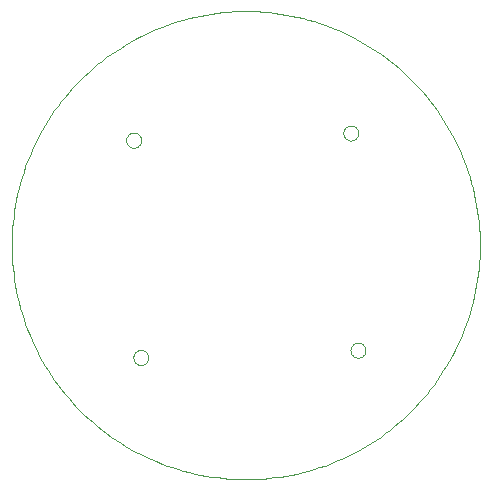
<source format=gko>
G75*
%MOIN*%
%OFA0B0*%
%FSLAX24Y24*%
%IPPOS*%
%LPD*%
%AMOC8*
5,1,8,0,0,1.08239X$1,22.5*
%
%ADD10C,0.0004*%
%ADD11C,0.0000*%
D10*
X000102Y007902D02*
X000104Y008093D01*
X000111Y008285D01*
X000123Y008476D01*
X000140Y008667D01*
X000161Y008857D01*
X000186Y009046D01*
X000217Y009236D01*
X000252Y009424D01*
X000292Y009611D01*
X000336Y009797D01*
X000385Y009982D01*
X000438Y010166D01*
X000496Y010349D01*
X000558Y010530D01*
X000625Y010709D01*
X000696Y010887D01*
X000771Y011063D01*
X000851Y011237D01*
X000935Y011409D01*
X001023Y011579D01*
X001115Y011747D01*
X001212Y011912D01*
X001312Y012075D01*
X001417Y012235D01*
X001525Y012393D01*
X001637Y012548D01*
X001753Y012701D01*
X001873Y012850D01*
X001996Y012997D01*
X002123Y013140D01*
X002253Y013280D01*
X002387Y013417D01*
X002524Y013551D01*
X002664Y013681D01*
X002807Y013808D01*
X002954Y013931D01*
X003103Y014051D01*
X003256Y014167D01*
X003411Y014279D01*
X003569Y014387D01*
X003729Y014492D01*
X003892Y014592D01*
X004057Y014689D01*
X004225Y014781D01*
X004395Y014869D01*
X004567Y014953D01*
X004741Y015033D01*
X004917Y015108D01*
X005095Y015179D01*
X005274Y015246D01*
X005455Y015308D01*
X005638Y015366D01*
X005822Y015419D01*
X006007Y015468D01*
X006193Y015512D01*
X006380Y015552D01*
X006568Y015587D01*
X006758Y015618D01*
X006947Y015643D01*
X007137Y015664D01*
X007328Y015681D01*
X007519Y015693D01*
X007711Y015700D01*
X007902Y015702D01*
X008093Y015700D01*
X008285Y015693D01*
X008476Y015681D01*
X008667Y015664D01*
X008857Y015643D01*
X009046Y015618D01*
X009236Y015587D01*
X009424Y015552D01*
X009611Y015512D01*
X009797Y015468D01*
X009982Y015419D01*
X010166Y015366D01*
X010349Y015308D01*
X010530Y015246D01*
X010709Y015179D01*
X010887Y015108D01*
X011063Y015033D01*
X011237Y014953D01*
X011409Y014869D01*
X011579Y014781D01*
X011747Y014689D01*
X011912Y014592D01*
X012075Y014492D01*
X012235Y014387D01*
X012393Y014279D01*
X012548Y014167D01*
X012701Y014051D01*
X012850Y013931D01*
X012997Y013808D01*
X013140Y013681D01*
X013280Y013551D01*
X013417Y013417D01*
X013551Y013280D01*
X013681Y013140D01*
X013808Y012997D01*
X013931Y012850D01*
X014051Y012701D01*
X014167Y012548D01*
X014279Y012393D01*
X014387Y012235D01*
X014492Y012075D01*
X014592Y011912D01*
X014689Y011747D01*
X014781Y011579D01*
X014869Y011409D01*
X014953Y011237D01*
X015033Y011063D01*
X015108Y010887D01*
X015179Y010709D01*
X015246Y010530D01*
X015308Y010349D01*
X015366Y010166D01*
X015419Y009982D01*
X015468Y009797D01*
X015512Y009611D01*
X015552Y009424D01*
X015587Y009236D01*
X015618Y009046D01*
X015643Y008857D01*
X015664Y008667D01*
X015681Y008476D01*
X015693Y008285D01*
X015700Y008093D01*
X015702Y007902D01*
X015700Y007711D01*
X015693Y007519D01*
X015681Y007328D01*
X015664Y007137D01*
X015643Y006947D01*
X015618Y006758D01*
X015587Y006568D01*
X015552Y006380D01*
X015512Y006193D01*
X015468Y006007D01*
X015419Y005822D01*
X015366Y005638D01*
X015308Y005455D01*
X015246Y005274D01*
X015179Y005095D01*
X015108Y004917D01*
X015033Y004741D01*
X014953Y004567D01*
X014869Y004395D01*
X014781Y004225D01*
X014689Y004057D01*
X014592Y003892D01*
X014492Y003729D01*
X014387Y003569D01*
X014279Y003411D01*
X014167Y003256D01*
X014051Y003103D01*
X013931Y002954D01*
X013808Y002807D01*
X013681Y002664D01*
X013551Y002524D01*
X013417Y002387D01*
X013280Y002253D01*
X013140Y002123D01*
X012997Y001996D01*
X012850Y001873D01*
X012701Y001753D01*
X012548Y001637D01*
X012393Y001525D01*
X012235Y001417D01*
X012075Y001312D01*
X011912Y001212D01*
X011747Y001115D01*
X011579Y001023D01*
X011409Y000935D01*
X011237Y000851D01*
X011063Y000771D01*
X010887Y000696D01*
X010709Y000625D01*
X010530Y000558D01*
X010349Y000496D01*
X010166Y000438D01*
X009982Y000385D01*
X009797Y000336D01*
X009611Y000292D01*
X009424Y000252D01*
X009236Y000217D01*
X009046Y000186D01*
X008857Y000161D01*
X008667Y000140D01*
X008476Y000123D01*
X008285Y000111D01*
X008093Y000104D01*
X007902Y000102D01*
X007711Y000104D01*
X007519Y000111D01*
X007328Y000123D01*
X007137Y000140D01*
X006947Y000161D01*
X006758Y000186D01*
X006568Y000217D01*
X006380Y000252D01*
X006193Y000292D01*
X006007Y000336D01*
X005822Y000385D01*
X005638Y000438D01*
X005455Y000496D01*
X005274Y000558D01*
X005095Y000625D01*
X004917Y000696D01*
X004741Y000771D01*
X004567Y000851D01*
X004395Y000935D01*
X004225Y001023D01*
X004057Y001115D01*
X003892Y001212D01*
X003729Y001312D01*
X003569Y001417D01*
X003411Y001525D01*
X003256Y001637D01*
X003103Y001753D01*
X002954Y001873D01*
X002807Y001996D01*
X002664Y002123D01*
X002524Y002253D01*
X002387Y002387D01*
X002253Y002524D01*
X002123Y002664D01*
X001996Y002807D01*
X001873Y002954D01*
X001753Y003103D01*
X001637Y003256D01*
X001525Y003411D01*
X001417Y003569D01*
X001312Y003729D01*
X001212Y003892D01*
X001115Y004057D01*
X001023Y004225D01*
X000935Y004395D01*
X000851Y004567D01*
X000771Y004741D01*
X000696Y004917D01*
X000625Y005095D01*
X000558Y005274D01*
X000496Y005455D01*
X000438Y005638D01*
X000385Y005822D01*
X000336Y006007D01*
X000292Y006193D01*
X000252Y006380D01*
X000217Y006568D01*
X000186Y006758D01*
X000161Y006947D01*
X000140Y007137D01*
X000123Y007328D01*
X000111Y007519D01*
X000104Y007711D01*
X000102Y007902D01*
D11*
X004152Y004162D02*
X004154Y004193D01*
X004160Y004224D01*
X004170Y004254D01*
X004183Y004282D01*
X004200Y004309D01*
X004220Y004333D01*
X004243Y004355D01*
X004268Y004373D01*
X004296Y004388D01*
X004325Y004400D01*
X004355Y004408D01*
X004386Y004412D01*
X004418Y004412D01*
X004449Y004408D01*
X004479Y004400D01*
X004508Y004388D01*
X004536Y004373D01*
X004561Y004355D01*
X004584Y004333D01*
X004604Y004309D01*
X004621Y004282D01*
X004634Y004254D01*
X004644Y004224D01*
X004650Y004193D01*
X004652Y004162D01*
X004650Y004131D01*
X004644Y004100D01*
X004634Y004070D01*
X004621Y004042D01*
X004604Y004015D01*
X004584Y003991D01*
X004561Y003969D01*
X004536Y003951D01*
X004508Y003936D01*
X004479Y003924D01*
X004449Y003916D01*
X004418Y003912D01*
X004386Y003912D01*
X004355Y003916D01*
X004325Y003924D01*
X004296Y003936D01*
X004268Y003951D01*
X004243Y003969D01*
X004220Y003991D01*
X004200Y004015D01*
X004183Y004042D01*
X004170Y004070D01*
X004160Y004100D01*
X004154Y004131D01*
X004152Y004162D01*
X003912Y011402D02*
X003914Y011433D01*
X003920Y011464D01*
X003930Y011494D01*
X003943Y011522D01*
X003960Y011549D01*
X003980Y011573D01*
X004003Y011595D01*
X004028Y011613D01*
X004056Y011628D01*
X004085Y011640D01*
X004115Y011648D01*
X004146Y011652D01*
X004178Y011652D01*
X004209Y011648D01*
X004239Y011640D01*
X004268Y011628D01*
X004296Y011613D01*
X004321Y011595D01*
X004344Y011573D01*
X004364Y011549D01*
X004381Y011522D01*
X004394Y011494D01*
X004404Y011464D01*
X004410Y011433D01*
X004412Y011402D01*
X004410Y011371D01*
X004404Y011340D01*
X004394Y011310D01*
X004381Y011282D01*
X004364Y011255D01*
X004344Y011231D01*
X004321Y011209D01*
X004296Y011191D01*
X004268Y011176D01*
X004239Y011164D01*
X004209Y011156D01*
X004178Y011152D01*
X004146Y011152D01*
X004115Y011156D01*
X004085Y011164D01*
X004056Y011176D01*
X004028Y011191D01*
X004003Y011209D01*
X003980Y011231D01*
X003960Y011255D01*
X003943Y011282D01*
X003930Y011310D01*
X003920Y011340D01*
X003914Y011371D01*
X003912Y011402D01*
X011152Y011642D02*
X011154Y011673D01*
X011160Y011704D01*
X011170Y011734D01*
X011183Y011762D01*
X011200Y011789D01*
X011220Y011813D01*
X011243Y011835D01*
X011268Y011853D01*
X011296Y011868D01*
X011325Y011880D01*
X011355Y011888D01*
X011386Y011892D01*
X011418Y011892D01*
X011449Y011888D01*
X011479Y011880D01*
X011508Y011868D01*
X011536Y011853D01*
X011561Y011835D01*
X011584Y011813D01*
X011604Y011789D01*
X011621Y011762D01*
X011634Y011734D01*
X011644Y011704D01*
X011650Y011673D01*
X011652Y011642D01*
X011650Y011611D01*
X011644Y011580D01*
X011634Y011550D01*
X011621Y011522D01*
X011604Y011495D01*
X011584Y011471D01*
X011561Y011449D01*
X011536Y011431D01*
X011508Y011416D01*
X011479Y011404D01*
X011449Y011396D01*
X011418Y011392D01*
X011386Y011392D01*
X011355Y011396D01*
X011325Y011404D01*
X011296Y011416D01*
X011268Y011431D01*
X011243Y011449D01*
X011220Y011471D01*
X011200Y011495D01*
X011183Y011522D01*
X011170Y011550D01*
X011160Y011580D01*
X011154Y011611D01*
X011152Y011642D01*
X011392Y004402D02*
X011394Y004433D01*
X011400Y004464D01*
X011410Y004494D01*
X011423Y004522D01*
X011440Y004549D01*
X011460Y004573D01*
X011483Y004595D01*
X011508Y004613D01*
X011536Y004628D01*
X011565Y004640D01*
X011595Y004648D01*
X011626Y004652D01*
X011658Y004652D01*
X011689Y004648D01*
X011719Y004640D01*
X011748Y004628D01*
X011776Y004613D01*
X011801Y004595D01*
X011824Y004573D01*
X011844Y004549D01*
X011861Y004522D01*
X011874Y004494D01*
X011884Y004464D01*
X011890Y004433D01*
X011892Y004402D01*
X011890Y004371D01*
X011884Y004340D01*
X011874Y004310D01*
X011861Y004282D01*
X011844Y004255D01*
X011824Y004231D01*
X011801Y004209D01*
X011776Y004191D01*
X011748Y004176D01*
X011719Y004164D01*
X011689Y004156D01*
X011658Y004152D01*
X011626Y004152D01*
X011595Y004156D01*
X011565Y004164D01*
X011536Y004176D01*
X011508Y004191D01*
X011483Y004209D01*
X011460Y004231D01*
X011440Y004255D01*
X011423Y004282D01*
X011410Y004310D01*
X011400Y004340D01*
X011394Y004371D01*
X011392Y004402D01*
M02*

</source>
